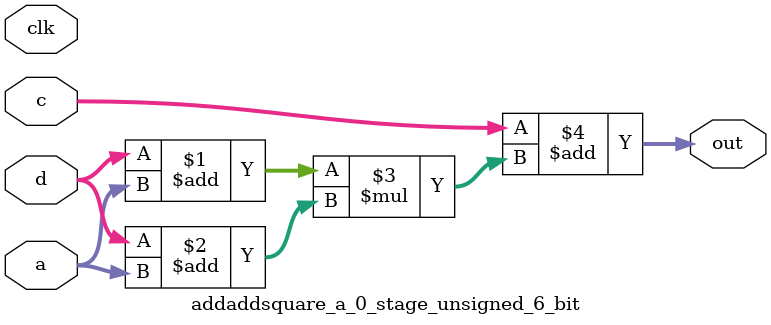
<source format=sv>
(* use_dsp = "yes" *) module addaddsquare_a_0_stage_unsigned_6_bit(
	input  [5:0] a,
	input  [5:0] c,
	input  [5:0] d,
	output [5:0] out,
	input clk);

	assign out = c + ((d + a) * (d + a));
endmodule

</source>
